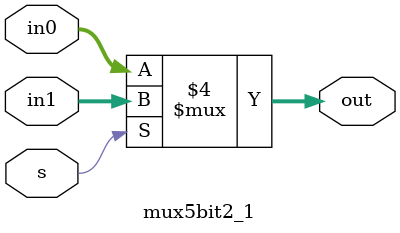
<source format=v>
module mux5bit2_1(
//ctrl`
input s,
//in0 [correct]
input [4:0] in0,
input [4:0] in1,
output reg [4:0] out
);

always@(s or in0 or in1)
	if (s == 1) begin
	out = in1;
	end
	else begin
	out = in0;	
	end
endmodule
</source>
